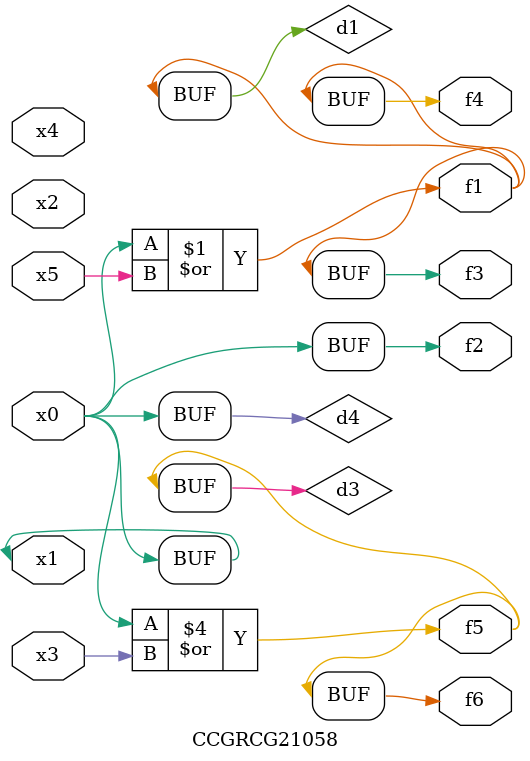
<source format=v>
module CCGRCG21058(
	input x0, x1, x2, x3, x4, x5,
	output f1, f2, f3, f4, f5, f6
);

	wire d1, d2, d3, d4;

	or (d1, x0, x5);
	xnor (d2, x1, x4);
	or (d3, x0, x3);
	buf (d4, x0, x1);
	assign f1 = d1;
	assign f2 = d4;
	assign f3 = d1;
	assign f4 = d1;
	assign f5 = d3;
	assign f6 = d3;
endmodule

</source>
